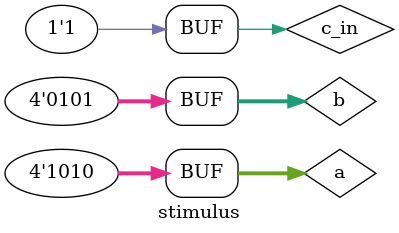
<source format=v>
`timescale 1ns / 1ps


module stimulus;

	// Inputs
	reg [3:0] a;
	reg [3:0] b;
	reg c_in;

	// Outputs
	wire [3:0] sum;
	wire c_out;

	// Instantiate the Unit Under Test (UUT)
	fulladd4 uut (
		.sum(sum), 
		.c_out(c_out), 
		.a(a), 
		.b(b), 
		.c_in(c_in)
	);

	initial begin
		// Initialize Inputs
		a = 0;
		b = 0;
		c_in = 0;

		// Wait 100 ns for global reset to finish
		#100;
		a = 4'd0; b = 4'd0; c_in = 1'b0;
		#5 a = 4'd3; b = 4'd4;
		#5 a = 4'd2; b = 4'd5;
		#5 a = 4'd9; b = 4'd9;
		#5 a = 4'd10; b = 4'd15;
		#5 a = 4'd10; b = 4'd5; c_in = 1'b1;
        
		// Add stimulus here

	end
      
endmodule


</source>
